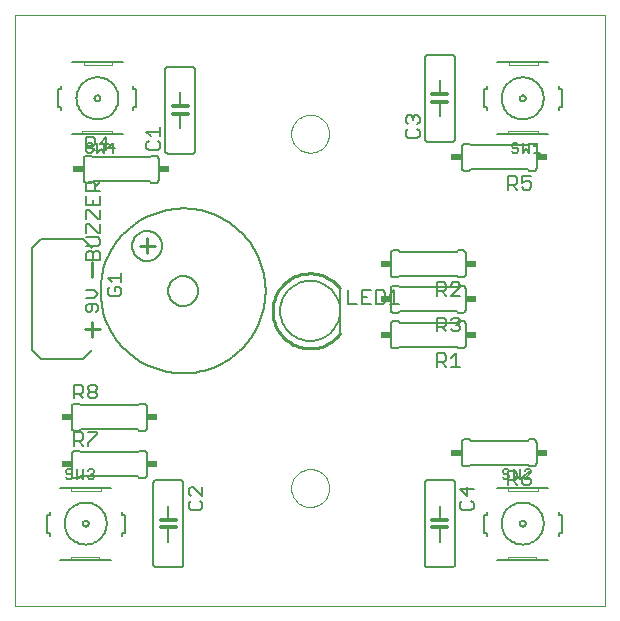
<source format=gto>
G75*
%MOIN*%
%OFA0B0*%
%FSLAX24Y24*%
%IPPOS*%
%LPD*%
%AMOC8*
5,1,8,0,0,1.08239X$1,22.5*
%
%ADD10C,0.0000*%
%ADD11C,0.0100*%
%ADD12C,0.0060*%
%ADD13C,0.0050*%
%ADD14C,0.0080*%
%ADD15R,0.0340X0.0240*%
%ADD16C,0.0020*%
%ADD17C,0.0070*%
%ADD18C,0.0120*%
D10*
X000475Y005795D02*
X000475Y025516D01*
X020160Y025516D01*
X020160Y005795D01*
X000475Y005795D01*
X009688Y009732D02*
X009690Y009782D01*
X009696Y009832D01*
X009706Y009881D01*
X009720Y009929D01*
X009737Y009976D01*
X009758Y010021D01*
X009783Y010065D01*
X009811Y010106D01*
X009843Y010145D01*
X009877Y010182D01*
X009914Y010216D01*
X009954Y010246D01*
X009996Y010273D01*
X010040Y010297D01*
X010086Y010318D01*
X010133Y010334D01*
X010181Y010347D01*
X010231Y010356D01*
X010280Y010361D01*
X010331Y010362D01*
X010381Y010359D01*
X010430Y010352D01*
X010479Y010341D01*
X010527Y010326D01*
X010573Y010308D01*
X010618Y010286D01*
X010661Y010260D01*
X010702Y010231D01*
X010741Y010199D01*
X010777Y010164D01*
X010809Y010126D01*
X010839Y010086D01*
X010866Y010043D01*
X010889Y009999D01*
X010908Y009953D01*
X010924Y009905D01*
X010936Y009856D01*
X010944Y009807D01*
X010948Y009757D01*
X010948Y009707D01*
X010944Y009657D01*
X010936Y009608D01*
X010924Y009559D01*
X010908Y009511D01*
X010889Y009465D01*
X010866Y009421D01*
X010839Y009378D01*
X010809Y009338D01*
X010777Y009300D01*
X010741Y009265D01*
X010702Y009233D01*
X010661Y009204D01*
X010618Y009178D01*
X010573Y009156D01*
X010527Y009138D01*
X010479Y009123D01*
X010430Y009112D01*
X010381Y009105D01*
X010331Y009102D01*
X010280Y009103D01*
X010231Y009108D01*
X010181Y009117D01*
X010133Y009130D01*
X010086Y009146D01*
X010040Y009167D01*
X009996Y009191D01*
X009954Y009218D01*
X009914Y009248D01*
X009877Y009282D01*
X009843Y009319D01*
X009811Y009358D01*
X009783Y009399D01*
X009758Y009443D01*
X009737Y009488D01*
X009720Y009535D01*
X009706Y009583D01*
X009696Y009632D01*
X009690Y009682D01*
X009688Y009732D01*
X009688Y021543D02*
X009690Y021593D01*
X009696Y021643D01*
X009706Y021692D01*
X009720Y021740D01*
X009737Y021787D01*
X009758Y021832D01*
X009783Y021876D01*
X009811Y021917D01*
X009843Y021956D01*
X009877Y021993D01*
X009914Y022027D01*
X009954Y022057D01*
X009996Y022084D01*
X010040Y022108D01*
X010086Y022129D01*
X010133Y022145D01*
X010181Y022158D01*
X010231Y022167D01*
X010280Y022172D01*
X010331Y022173D01*
X010381Y022170D01*
X010430Y022163D01*
X010479Y022152D01*
X010527Y022137D01*
X010573Y022119D01*
X010618Y022097D01*
X010661Y022071D01*
X010702Y022042D01*
X010741Y022010D01*
X010777Y021975D01*
X010809Y021937D01*
X010839Y021897D01*
X010866Y021854D01*
X010889Y021810D01*
X010908Y021764D01*
X010924Y021716D01*
X010936Y021667D01*
X010944Y021618D01*
X010948Y021568D01*
X010948Y021518D01*
X010944Y021468D01*
X010936Y021419D01*
X010924Y021370D01*
X010908Y021322D01*
X010889Y021276D01*
X010866Y021232D01*
X010839Y021189D01*
X010809Y021149D01*
X010777Y021111D01*
X010741Y021076D01*
X010702Y021044D01*
X010661Y021015D01*
X010618Y020989D01*
X010573Y020967D01*
X010527Y020949D01*
X010479Y020934D01*
X010430Y020923D01*
X010381Y020916D01*
X010331Y020913D01*
X010280Y020914D01*
X010231Y020919D01*
X010181Y020928D01*
X010133Y020941D01*
X010086Y020957D01*
X010040Y020978D01*
X009996Y021002D01*
X009954Y021029D01*
X009914Y021059D01*
X009877Y021093D01*
X009843Y021130D01*
X009811Y021169D01*
X009783Y021210D01*
X009758Y021254D01*
X009737Y021299D01*
X009720Y021346D01*
X009706Y021394D01*
X009696Y021443D01*
X009690Y021493D01*
X009688Y021543D01*
D11*
X005135Y017803D02*
X004635Y017803D01*
X004885Y017553D02*
X004885Y018053D01*
X003050Y017281D02*
X003050Y016781D01*
X003050Y015281D02*
X003050Y014781D01*
X002800Y015031D02*
X003300Y015031D01*
X011318Y014888D02*
X011275Y014834D01*
X011229Y014782D01*
X011180Y014733D01*
X011128Y014686D01*
X011074Y014643D01*
X011018Y014602D01*
X010959Y014565D01*
X010899Y014531D01*
X010836Y014501D01*
X010773Y014474D01*
X010707Y014450D01*
X010641Y014430D01*
X010573Y014414D01*
X010505Y014402D01*
X010436Y014394D01*
X010367Y014389D01*
X010297Y014388D01*
X010228Y014391D01*
X010159Y014398D01*
X010091Y014409D01*
X010023Y014423D01*
X009956Y014442D01*
X009890Y014464D01*
X009825Y014489D01*
X009762Y014518D01*
X009701Y014551D01*
X009642Y014587D01*
X009585Y014626D01*
X009529Y014668D01*
X009477Y014713D01*
X009427Y014761D01*
X009380Y014812D01*
X009335Y014866D01*
X009294Y014921D01*
X009256Y014979D01*
X009221Y015039D01*
X009189Y015101D01*
X009161Y015164D01*
X009137Y015229D01*
X009116Y015295D01*
X009099Y015363D01*
X009085Y015431D01*
X009076Y015500D01*
X009070Y015569D01*
X009068Y015638D01*
X009070Y015707D01*
X009076Y015776D01*
X009085Y015845D01*
X009099Y015913D01*
X009116Y015981D01*
X009137Y016047D01*
X009161Y016112D01*
X009189Y016175D01*
X009221Y016237D01*
X009256Y016297D01*
X009294Y016355D01*
X009335Y016410D01*
X009380Y016464D01*
X009427Y016515D01*
X009477Y016563D01*
X009529Y016608D01*
X009585Y016650D01*
X009642Y016689D01*
X009701Y016725D01*
X009762Y016758D01*
X009825Y016787D01*
X009890Y016812D01*
X009956Y016834D01*
X010023Y016853D01*
X010091Y016867D01*
X010159Y016878D01*
X010228Y016885D01*
X010297Y016888D01*
X010367Y016887D01*
X010436Y016882D01*
X010505Y016874D01*
X010573Y016862D01*
X010641Y016846D01*
X010707Y016826D01*
X010773Y016802D01*
X010836Y016775D01*
X010899Y016745D01*
X010959Y016711D01*
X011018Y016674D01*
X011074Y016633D01*
X011128Y016590D01*
X011180Y016543D01*
X011229Y016494D01*
X011275Y016442D01*
X011318Y016388D01*
D12*
X009318Y015638D02*
X009320Y015701D01*
X009326Y015763D01*
X009336Y015825D01*
X009349Y015887D01*
X009367Y015947D01*
X009388Y016006D01*
X009413Y016064D01*
X009442Y016120D01*
X009474Y016174D01*
X009509Y016226D01*
X009547Y016275D01*
X009589Y016323D01*
X009633Y016367D01*
X009681Y016409D01*
X009730Y016447D01*
X009782Y016482D01*
X009836Y016514D01*
X009892Y016543D01*
X009950Y016568D01*
X010009Y016589D01*
X010069Y016607D01*
X010131Y016620D01*
X010193Y016630D01*
X010255Y016636D01*
X010318Y016638D01*
X010381Y016636D01*
X010443Y016630D01*
X010505Y016620D01*
X010567Y016607D01*
X010627Y016589D01*
X010686Y016568D01*
X010744Y016543D01*
X010800Y016514D01*
X010854Y016482D01*
X010906Y016447D01*
X010955Y016409D01*
X011003Y016367D01*
X011047Y016323D01*
X011089Y016275D01*
X011127Y016226D01*
X011162Y016174D01*
X011194Y016120D01*
X011223Y016064D01*
X011248Y016006D01*
X011269Y015947D01*
X011287Y015887D01*
X011300Y015825D01*
X011310Y015763D01*
X011316Y015701D01*
X011318Y015638D01*
X011316Y015575D01*
X011310Y015513D01*
X011300Y015451D01*
X011287Y015389D01*
X011269Y015329D01*
X011248Y015270D01*
X011223Y015212D01*
X011194Y015156D01*
X011162Y015102D01*
X011127Y015050D01*
X011089Y015001D01*
X011047Y014953D01*
X011003Y014909D01*
X010955Y014867D01*
X010906Y014829D01*
X010854Y014794D01*
X010800Y014762D01*
X010744Y014733D01*
X010686Y014708D01*
X010627Y014687D01*
X010567Y014669D01*
X010505Y014656D01*
X010443Y014646D01*
X010381Y014640D01*
X010318Y014638D01*
X010255Y014640D01*
X010193Y014646D01*
X010131Y014656D01*
X010069Y014669D01*
X010009Y014687D01*
X009950Y014708D01*
X009892Y014733D01*
X009836Y014762D01*
X009782Y014794D01*
X009730Y014829D01*
X009681Y014867D01*
X009633Y014909D01*
X009589Y014953D01*
X009547Y015001D01*
X009509Y015050D01*
X009474Y015102D01*
X009442Y015156D01*
X009413Y015212D01*
X009388Y015270D01*
X009367Y015329D01*
X009349Y015389D01*
X009336Y015451D01*
X009326Y015513D01*
X009320Y015575D01*
X009318Y015638D01*
X005585Y016303D02*
X005587Y016347D01*
X005593Y016391D01*
X005603Y016434D01*
X005616Y016476D01*
X005633Y016517D01*
X005654Y016556D01*
X005678Y016593D01*
X005705Y016628D01*
X005735Y016660D01*
X005768Y016690D01*
X005804Y016716D01*
X005841Y016740D01*
X005881Y016759D01*
X005922Y016776D01*
X005965Y016788D01*
X006008Y016797D01*
X006052Y016802D01*
X006096Y016803D01*
X006140Y016800D01*
X006184Y016793D01*
X006227Y016782D01*
X006269Y016768D01*
X006309Y016750D01*
X006348Y016728D01*
X006384Y016704D01*
X006418Y016676D01*
X006450Y016645D01*
X006479Y016611D01*
X006505Y016575D01*
X006527Y016537D01*
X006546Y016497D01*
X006561Y016455D01*
X006573Y016413D01*
X006581Y016369D01*
X006585Y016325D01*
X006585Y016281D01*
X006581Y016237D01*
X006573Y016193D01*
X006561Y016151D01*
X006546Y016109D01*
X006527Y016069D01*
X006505Y016031D01*
X006479Y015995D01*
X006450Y015961D01*
X006418Y015930D01*
X006384Y015902D01*
X006348Y015878D01*
X006309Y015856D01*
X006269Y015838D01*
X006227Y015824D01*
X006184Y015813D01*
X006140Y015806D01*
X006096Y015803D01*
X006052Y015804D01*
X006008Y015809D01*
X005965Y015818D01*
X005922Y015830D01*
X005881Y015847D01*
X005841Y015866D01*
X005804Y015890D01*
X005768Y015916D01*
X005735Y015946D01*
X005705Y015978D01*
X005678Y016013D01*
X005654Y016050D01*
X005633Y016089D01*
X005616Y016130D01*
X005603Y016172D01*
X005593Y016215D01*
X005587Y016259D01*
X005585Y016303D01*
X003335Y016303D02*
X003337Y016408D01*
X003343Y016512D01*
X003353Y016616D01*
X003367Y016720D01*
X003385Y016823D01*
X003406Y016926D01*
X003432Y017027D01*
X003462Y017128D01*
X003495Y017227D01*
X003532Y017325D01*
X003573Y017422D01*
X003617Y017516D01*
X003665Y017609D01*
X003717Y017701D01*
X003772Y017790D01*
X003830Y017877D01*
X003891Y017961D01*
X003956Y018044D01*
X004024Y018124D01*
X004095Y018201D01*
X004168Y018275D01*
X004245Y018347D01*
X004324Y018415D01*
X004406Y018481D01*
X004490Y018543D01*
X004576Y018602D01*
X004665Y018658D01*
X004756Y018710D01*
X004848Y018759D01*
X004943Y018804D01*
X005039Y018846D01*
X005136Y018884D01*
X005235Y018918D01*
X005335Y018949D01*
X005437Y018975D01*
X005539Y018998D01*
X005642Y019017D01*
X005746Y019032D01*
X005850Y019043D01*
X005954Y019050D01*
X006059Y019053D01*
X006164Y019052D01*
X006268Y019047D01*
X006372Y019038D01*
X006476Y019025D01*
X006580Y019008D01*
X006682Y018987D01*
X006784Y018963D01*
X006885Y018934D01*
X006984Y018902D01*
X007083Y018866D01*
X007180Y018826D01*
X007275Y018782D01*
X007368Y018735D01*
X007460Y018685D01*
X007550Y018630D01*
X007637Y018573D01*
X007723Y018512D01*
X007805Y018448D01*
X007886Y018381D01*
X007964Y018311D01*
X008039Y018238D01*
X008111Y018162D01*
X008180Y018084D01*
X008247Y018003D01*
X008310Y017919D01*
X008370Y017834D01*
X008426Y017745D01*
X008480Y017655D01*
X008529Y017563D01*
X008575Y017469D01*
X008618Y017373D01*
X008657Y017276D01*
X008692Y017178D01*
X008724Y017078D01*
X008751Y016977D01*
X008775Y016875D01*
X008795Y016772D01*
X008811Y016668D01*
X008823Y016564D01*
X008831Y016460D01*
X008835Y016355D01*
X008835Y016251D01*
X008831Y016146D01*
X008823Y016042D01*
X008811Y015938D01*
X008795Y015834D01*
X008775Y015731D01*
X008751Y015629D01*
X008724Y015528D01*
X008692Y015428D01*
X008657Y015330D01*
X008618Y015233D01*
X008575Y015137D01*
X008529Y015043D01*
X008480Y014951D01*
X008426Y014861D01*
X008370Y014772D01*
X008310Y014687D01*
X008247Y014603D01*
X008180Y014522D01*
X008111Y014444D01*
X008039Y014368D01*
X007964Y014295D01*
X007886Y014225D01*
X007805Y014158D01*
X007723Y014094D01*
X007637Y014033D01*
X007550Y013976D01*
X007460Y013921D01*
X007368Y013871D01*
X007275Y013824D01*
X007180Y013780D01*
X007083Y013740D01*
X006984Y013704D01*
X006885Y013672D01*
X006784Y013643D01*
X006682Y013619D01*
X006580Y013598D01*
X006476Y013581D01*
X006372Y013568D01*
X006268Y013559D01*
X006164Y013554D01*
X006059Y013553D01*
X005954Y013556D01*
X005850Y013563D01*
X005746Y013574D01*
X005642Y013589D01*
X005539Y013608D01*
X005437Y013631D01*
X005335Y013657D01*
X005235Y013688D01*
X005136Y013722D01*
X005039Y013760D01*
X004943Y013802D01*
X004848Y013847D01*
X004756Y013896D01*
X004665Y013948D01*
X004576Y014004D01*
X004490Y014063D01*
X004406Y014125D01*
X004324Y014191D01*
X004245Y014259D01*
X004168Y014331D01*
X004095Y014405D01*
X004024Y014482D01*
X003956Y014562D01*
X003891Y014645D01*
X003830Y014729D01*
X003772Y014816D01*
X003717Y014905D01*
X003665Y014997D01*
X003617Y015090D01*
X003573Y015184D01*
X003532Y015281D01*
X003495Y015379D01*
X003462Y015478D01*
X003432Y015579D01*
X003406Y015680D01*
X003385Y015783D01*
X003367Y015886D01*
X003353Y015990D01*
X003343Y016094D01*
X003337Y016198D01*
X003335Y016303D01*
X003050Y017731D02*
X002750Y018031D01*
X001350Y018031D01*
X001050Y017731D01*
X001050Y014331D01*
X001350Y014031D01*
X002750Y014031D01*
X003050Y014331D01*
X002625Y012544D02*
X002675Y012494D01*
X004575Y012494D01*
X004625Y012544D01*
X004775Y012544D01*
X004792Y012542D01*
X004809Y012538D01*
X004825Y012531D01*
X004839Y012521D01*
X004852Y012508D01*
X004862Y012494D01*
X004869Y012478D01*
X004873Y012461D01*
X004875Y012444D01*
X004875Y011744D01*
X004873Y011727D01*
X004869Y011710D01*
X004862Y011694D01*
X004852Y011680D01*
X004839Y011667D01*
X004825Y011657D01*
X004809Y011650D01*
X004792Y011646D01*
X004775Y011644D01*
X004625Y011644D01*
X004575Y011694D01*
X002675Y011694D01*
X002625Y011644D01*
X002475Y011644D01*
X002458Y011646D01*
X002441Y011650D01*
X002425Y011657D01*
X002411Y011667D01*
X002398Y011680D01*
X002388Y011694D01*
X002381Y011710D01*
X002377Y011727D01*
X002375Y011744D01*
X002375Y012444D01*
X002377Y012461D01*
X002381Y012478D01*
X002388Y012494D01*
X002398Y012508D01*
X002411Y012521D01*
X002425Y012531D01*
X002441Y012538D01*
X002458Y012542D01*
X002475Y012544D01*
X002625Y012544D01*
X002625Y010970D02*
X002675Y010920D01*
X004575Y010920D01*
X004625Y010970D01*
X004775Y010970D01*
X004792Y010968D01*
X004809Y010964D01*
X004825Y010957D01*
X004839Y010947D01*
X004852Y010934D01*
X004862Y010920D01*
X004869Y010904D01*
X004873Y010887D01*
X004875Y010870D01*
X004875Y010170D01*
X004873Y010153D01*
X004869Y010136D01*
X004862Y010120D01*
X004852Y010106D01*
X004839Y010093D01*
X004825Y010083D01*
X004809Y010076D01*
X004792Y010072D01*
X004775Y010070D01*
X004625Y010070D01*
X004575Y010120D01*
X002675Y010120D01*
X002625Y010070D01*
X002475Y010070D01*
X002458Y010072D01*
X002441Y010076D01*
X002425Y010083D01*
X002411Y010093D01*
X002398Y010106D01*
X002388Y010120D01*
X002381Y010136D01*
X002377Y010153D01*
X002375Y010170D01*
X002375Y010870D01*
X002377Y010887D01*
X002381Y010904D01*
X002388Y010920D01*
X002398Y010934D01*
X002411Y010947D01*
X002425Y010957D01*
X002441Y010964D01*
X002458Y010968D01*
X002475Y010970D01*
X002625Y010970D01*
X002337Y009751D02*
X001987Y009751D01*
X002337Y009751D02*
X003337Y009751D01*
X003687Y009751D01*
X004037Y008951D02*
X004037Y008851D01*
X004137Y008851D01*
X004137Y008251D01*
X004037Y008251D01*
X004037Y008151D01*
X003687Y007351D02*
X003287Y007351D01*
X002337Y007351D01*
X001987Y007351D01*
X001637Y008151D02*
X001637Y008251D01*
X001537Y008251D01*
X001537Y008851D01*
X001637Y008851D01*
X001637Y008951D01*
X002737Y008551D02*
X002739Y008571D01*
X002745Y008589D01*
X002754Y008607D01*
X002766Y008622D01*
X002781Y008634D01*
X002799Y008643D01*
X002817Y008649D01*
X002837Y008651D01*
X002857Y008649D01*
X002875Y008643D01*
X002893Y008634D01*
X002908Y008622D01*
X002920Y008607D01*
X002929Y008589D01*
X002935Y008571D01*
X002937Y008551D01*
X002935Y008531D01*
X002929Y008513D01*
X002920Y008495D01*
X002908Y008480D01*
X002893Y008468D01*
X002875Y008459D01*
X002857Y008453D01*
X002837Y008451D01*
X002817Y008453D01*
X002799Y008459D01*
X002781Y008468D01*
X002766Y008480D01*
X002754Y008495D01*
X002745Y008513D01*
X002739Y008531D01*
X002737Y008551D01*
X002137Y008551D02*
X002139Y008603D01*
X002145Y008655D01*
X002155Y008707D01*
X002168Y008757D01*
X002185Y008807D01*
X002206Y008855D01*
X002231Y008901D01*
X002259Y008945D01*
X002290Y008987D01*
X002324Y009027D01*
X002361Y009064D01*
X002401Y009098D01*
X002443Y009129D01*
X002487Y009157D01*
X002533Y009182D01*
X002581Y009203D01*
X002631Y009220D01*
X002681Y009233D01*
X002733Y009243D01*
X002785Y009249D01*
X002837Y009251D01*
X002889Y009249D01*
X002941Y009243D01*
X002993Y009233D01*
X003043Y009220D01*
X003093Y009203D01*
X003141Y009182D01*
X003187Y009157D01*
X003231Y009129D01*
X003273Y009098D01*
X003313Y009064D01*
X003350Y009027D01*
X003384Y008987D01*
X003415Y008945D01*
X003443Y008901D01*
X003468Y008855D01*
X003489Y008807D01*
X003506Y008757D01*
X003519Y008707D01*
X003529Y008655D01*
X003535Y008603D01*
X003537Y008551D01*
X003535Y008499D01*
X003529Y008447D01*
X003519Y008395D01*
X003506Y008345D01*
X003489Y008295D01*
X003468Y008247D01*
X003443Y008201D01*
X003415Y008157D01*
X003384Y008115D01*
X003350Y008075D01*
X003313Y008038D01*
X003273Y008004D01*
X003231Y007973D01*
X003187Y007945D01*
X003141Y007920D01*
X003093Y007899D01*
X003043Y007882D01*
X002993Y007869D01*
X002941Y007859D01*
X002889Y007853D01*
X002837Y007851D01*
X002785Y007853D01*
X002733Y007859D01*
X002681Y007869D01*
X002631Y007882D01*
X002581Y007899D01*
X002533Y007920D01*
X002487Y007945D01*
X002443Y007973D01*
X002401Y008004D01*
X002361Y008038D01*
X002324Y008075D01*
X002290Y008115D01*
X002259Y008157D01*
X002231Y008201D01*
X002206Y008247D01*
X002185Y008295D01*
X002168Y008345D01*
X002155Y008395D01*
X002145Y008447D01*
X002139Y008499D01*
X002137Y008551D01*
X005093Y009901D02*
X005093Y007201D01*
X005095Y007184D01*
X005099Y007167D01*
X005106Y007151D01*
X005116Y007137D01*
X005129Y007124D01*
X005143Y007114D01*
X005159Y007107D01*
X005176Y007103D01*
X005193Y007101D01*
X005993Y007101D01*
X006010Y007103D01*
X006027Y007107D01*
X006043Y007114D01*
X006057Y007124D01*
X006070Y007137D01*
X006080Y007151D01*
X006087Y007167D01*
X006091Y007184D01*
X006093Y007201D01*
X006093Y009901D01*
X006091Y009918D01*
X006087Y009935D01*
X006080Y009951D01*
X006070Y009965D01*
X006057Y009978D01*
X006043Y009988D01*
X006027Y009995D01*
X006010Y009999D01*
X005993Y010001D01*
X005193Y010001D01*
X005176Y009999D01*
X005159Y009995D01*
X005143Y009988D01*
X005129Y009978D01*
X005116Y009965D01*
X005106Y009951D01*
X005099Y009935D01*
X005095Y009918D01*
X005093Y009901D01*
X005593Y009151D02*
X005593Y008671D01*
X005593Y008421D02*
X005593Y007951D01*
X013005Y014500D02*
X013005Y015200D01*
X013007Y015217D01*
X013011Y015234D01*
X013018Y015250D01*
X013028Y015264D01*
X013041Y015277D01*
X013055Y015287D01*
X013071Y015294D01*
X013088Y015298D01*
X013105Y015300D01*
X013255Y015300D01*
X013305Y015250D01*
X015205Y015250D01*
X015255Y015300D01*
X015405Y015300D01*
X015422Y015298D01*
X015439Y015294D01*
X015455Y015287D01*
X015469Y015277D01*
X015482Y015264D01*
X015492Y015250D01*
X015499Y015234D01*
X015503Y015217D01*
X015505Y015200D01*
X015505Y014500D01*
X015503Y014483D01*
X015499Y014466D01*
X015492Y014450D01*
X015482Y014436D01*
X015469Y014423D01*
X015455Y014413D01*
X015439Y014406D01*
X015422Y014402D01*
X015405Y014400D01*
X015255Y014400D01*
X015205Y014450D01*
X013305Y014450D01*
X013255Y014400D01*
X013105Y014400D01*
X013088Y014402D01*
X013071Y014406D01*
X013055Y014413D01*
X013041Y014423D01*
X013028Y014436D01*
X013018Y014450D01*
X013011Y014466D01*
X013007Y014483D01*
X013005Y014500D01*
X013105Y015581D02*
X013255Y015581D01*
X013305Y015631D01*
X015205Y015631D01*
X015255Y015581D01*
X015405Y015581D01*
X015422Y015583D01*
X015439Y015587D01*
X015455Y015594D01*
X015469Y015604D01*
X015482Y015617D01*
X015492Y015631D01*
X015499Y015647D01*
X015503Y015664D01*
X015505Y015681D01*
X015505Y016381D01*
X015503Y016398D01*
X015499Y016415D01*
X015492Y016431D01*
X015482Y016445D01*
X015469Y016458D01*
X015455Y016468D01*
X015439Y016475D01*
X015422Y016479D01*
X015405Y016481D01*
X015255Y016481D01*
X015205Y016431D01*
X013305Y016431D01*
X013255Y016481D01*
X013105Y016481D01*
X013088Y016479D01*
X013071Y016475D01*
X013055Y016468D01*
X013041Y016458D01*
X013028Y016445D01*
X013018Y016431D01*
X013011Y016415D01*
X013007Y016398D01*
X013005Y016381D01*
X013005Y015681D01*
X013007Y015664D01*
X013011Y015647D01*
X013018Y015631D01*
X013028Y015617D01*
X013041Y015604D01*
X013055Y015594D01*
X013071Y015587D01*
X013088Y015583D01*
X013105Y015581D01*
X013105Y016763D02*
X013255Y016763D01*
X013305Y016813D01*
X015205Y016813D01*
X015255Y016763D01*
X015405Y016763D01*
X015422Y016765D01*
X015439Y016769D01*
X015455Y016776D01*
X015469Y016786D01*
X015482Y016799D01*
X015492Y016813D01*
X015499Y016829D01*
X015503Y016846D01*
X015505Y016863D01*
X015505Y017563D01*
X015503Y017580D01*
X015499Y017597D01*
X015492Y017613D01*
X015482Y017627D01*
X015469Y017640D01*
X015455Y017650D01*
X015439Y017657D01*
X015422Y017661D01*
X015405Y017663D01*
X015255Y017663D01*
X015205Y017613D01*
X013305Y017613D01*
X013255Y017663D01*
X013105Y017663D01*
X013088Y017661D01*
X013071Y017657D01*
X013055Y017650D01*
X013041Y017640D01*
X013028Y017627D01*
X013018Y017613D01*
X013011Y017597D01*
X013007Y017580D01*
X013005Y017563D01*
X013005Y016863D01*
X013007Y016846D01*
X013011Y016829D01*
X013018Y016813D01*
X013028Y016799D01*
X013041Y016786D01*
X013055Y016776D01*
X013071Y016769D01*
X013088Y016765D01*
X013105Y016763D01*
X015467Y020306D02*
X015617Y020306D01*
X015667Y020356D01*
X017567Y020356D01*
X017617Y020306D01*
X017767Y020306D01*
X017784Y020308D01*
X017801Y020312D01*
X017817Y020319D01*
X017831Y020329D01*
X017844Y020342D01*
X017854Y020356D01*
X017861Y020372D01*
X017865Y020389D01*
X017867Y020406D01*
X017867Y021106D01*
X017865Y021123D01*
X017861Y021140D01*
X017854Y021156D01*
X017844Y021170D01*
X017831Y021183D01*
X017817Y021193D01*
X017801Y021200D01*
X017784Y021204D01*
X017767Y021206D01*
X017617Y021206D01*
X017567Y021156D01*
X015667Y021156D01*
X015617Y021206D01*
X015467Y021206D01*
X015450Y021204D01*
X015433Y021200D01*
X015417Y021193D01*
X015403Y021183D01*
X015390Y021170D01*
X015380Y021156D01*
X015373Y021140D01*
X015369Y021123D01*
X015367Y021106D01*
X015367Y020406D01*
X015369Y020389D01*
X015373Y020372D01*
X015380Y020356D01*
X015390Y020342D01*
X015403Y020329D01*
X015417Y020319D01*
X015433Y020312D01*
X015450Y020308D01*
X015467Y020306D01*
X015048Y021274D02*
X014248Y021274D01*
X014231Y021276D01*
X014214Y021280D01*
X014198Y021287D01*
X014184Y021297D01*
X014171Y021310D01*
X014161Y021324D01*
X014154Y021340D01*
X014150Y021357D01*
X014148Y021374D01*
X014148Y024074D01*
X014150Y024091D01*
X014154Y024108D01*
X014161Y024124D01*
X014171Y024138D01*
X014184Y024151D01*
X014198Y024161D01*
X014214Y024168D01*
X014231Y024172D01*
X014248Y024174D01*
X015048Y024174D01*
X015065Y024172D01*
X015082Y024168D01*
X015098Y024161D01*
X015112Y024151D01*
X015125Y024138D01*
X015135Y024124D01*
X015142Y024108D01*
X015146Y024091D01*
X015148Y024074D01*
X015148Y021374D01*
X015146Y021357D01*
X015142Y021340D01*
X015135Y021324D01*
X015125Y021310D01*
X015112Y021297D01*
X015098Y021287D01*
X015082Y021280D01*
X015065Y021276D01*
X015048Y021274D01*
X014648Y022124D02*
X014648Y022604D01*
X014648Y022854D02*
X014648Y023324D01*
X016104Y023024D02*
X016104Y022424D01*
X016204Y022424D01*
X016204Y022324D01*
X016204Y023024D02*
X016204Y023124D01*
X016204Y023024D02*
X016104Y023024D01*
X016554Y023924D02*
X016954Y023924D01*
X017904Y023924D01*
X018254Y023924D01*
X018604Y023124D02*
X018604Y023024D01*
X018704Y023024D01*
X018704Y022424D01*
X018604Y022424D01*
X018604Y022324D01*
X018254Y021524D02*
X017904Y021524D01*
X016904Y021524D01*
X016554Y021524D01*
X017304Y022724D02*
X017306Y022744D01*
X017312Y022762D01*
X017321Y022780D01*
X017333Y022795D01*
X017348Y022807D01*
X017366Y022816D01*
X017384Y022822D01*
X017404Y022824D01*
X017424Y022822D01*
X017442Y022816D01*
X017460Y022807D01*
X017475Y022795D01*
X017487Y022780D01*
X017496Y022762D01*
X017502Y022744D01*
X017504Y022724D01*
X017502Y022704D01*
X017496Y022686D01*
X017487Y022668D01*
X017475Y022653D01*
X017460Y022641D01*
X017442Y022632D01*
X017424Y022626D01*
X017404Y022624D01*
X017384Y022626D01*
X017366Y022632D01*
X017348Y022641D01*
X017333Y022653D01*
X017321Y022668D01*
X017312Y022686D01*
X017306Y022704D01*
X017304Y022724D01*
X016704Y022724D02*
X016706Y022776D01*
X016712Y022828D01*
X016722Y022880D01*
X016735Y022930D01*
X016752Y022980D01*
X016773Y023028D01*
X016798Y023074D01*
X016826Y023118D01*
X016857Y023160D01*
X016891Y023200D01*
X016928Y023237D01*
X016968Y023271D01*
X017010Y023302D01*
X017054Y023330D01*
X017100Y023355D01*
X017148Y023376D01*
X017198Y023393D01*
X017248Y023406D01*
X017300Y023416D01*
X017352Y023422D01*
X017404Y023424D01*
X017456Y023422D01*
X017508Y023416D01*
X017560Y023406D01*
X017610Y023393D01*
X017660Y023376D01*
X017708Y023355D01*
X017754Y023330D01*
X017798Y023302D01*
X017840Y023271D01*
X017880Y023237D01*
X017917Y023200D01*
X017951Y023160D01*
X017982Y023118D01*
X018010Y023074D01*
X018035Y023028D01*
X018056Y022980D01*
X018073Y022930D01*
X018086Y022880D01*
X018096Y022828D01*
X018102Y022776D01*
X018104Y022724D01*
X018102Y022672D01*
X018096Y022620D01*
X018086Y022568D01*
X018073Y022518D01*
X018056Y022468D01*
X018035Y022420D01*
X018010Y022374D01*
X017982Y022330D01*
X017951Y022288D01*
X017917Y022248D01*
X017880Y022211D01*
X017840Y022177D01*
X017798Y022146D01*
X017754Y022118D01*
X017708Y022093D01*
X017660Y022072D01*
X017610Y022055D01*
X017560Y022042D01*
X017508Y022032D01*
X017456Y022026D01*
X017404Y022024D01*
X017352Y022026D01*
X017300Y022032D01*
X017248Y022042D01*
X017198Y022055D01*
X017148Y022072D01*
X017100Y022093D01*
X017054Y022118D01*
X017010Y022146D01*
X016968Y022177D01*
X016928Y022211D01*
X016891Y022248D01*
X016857Y022288D01*
X016826Y022330D01*
X016798Y022374D01*
X016773Y022420D01*
X016752Y022468D01*
X016735Y022518D01*
X016722Y022568D01*
X016712Y022620D01*
X016706Y022672D01*
X016704Y022724D01*
X017617Y011363D02*
X017567Y011313D01*
X015667Y011313D01*
X015617Y011363D01*
X015467Y011363D01*
X015450Y011361D01*
X015433Y011357D01*
X015417Y011350D01*
X015403Y011340D01*
X015390Y011327D01*
X015380Y011313D01*
X015373Y011297D01*
X015369Y011280D01*
X015367Y011263D01*
X015367Y010563D01*
X015369Y010546D01*
X015373Y010529D01*
X015380Y010513D01*
X015390Y010499D01*
X015403Y010486D01*
X015417Y010476D01*
X015433Y010469D01*
X015450Y010465D01*
X015467Y010463D01*
X015617Y010463D01*
X015667Y010513D01*
X017567Y010513D01*
X017617Y010463D01*
X017767Y010463D01*
X017784Y010465D01*
X017801Y010469D01*
X017817Y010476D01*
X017831Y010486D01*
X017844Y010499D01*
X017854Y010513D01*
X017861Y010529D01*
X017865Y010546D01*
X017867Y010563D01*
X017867Y011263D01*
X017865Y011280D01*
X017861Y011297D01*
X017854Y011313D01*
X017844Y011327D01*
X017831Y011340D01*
X017817Y011350D01*
X017801Y011357D01*
X017784Y011361D01*
X017767Y011363D01*
X017617Y011363D01*
X017904Y009751D02*
X016904Y009751D01*
X016554Y009751D01*
X016204Y008951D02*
X016204Y008851D01*
X016104Y008851D01*
X016104Y008251D01*
X016204Y008251D01*
X016204Y008151D01*
X016554Y007351D02*
X016904Y007351D01*
X017854Y007351D01*
X018254Y007351D01*
X018604Y008151D02*
X018604Y008251D01*
X018704Y008251D01*
X018704Y008851D01*
X018604Y008851D01*
X018604Y008951D01*
X018254Y009751D02*
X017904Y009751D01*
X017304Y008551D02*
X017306Y008571D01*
X017312Y008589D01*
X017321Y008607D01*
X017333Y008622D01*
X017348Y008634D01*
X017366Y008643D01*
X017384Y008649D01*
X017404Y008651D01*
X017424Y008649D01*
X017442Y008643D01*
X017460Y008634D01*
X017475Y008622D01*
X017487Y008607D01*
X017496Y008589D01*
X017502Y008571D01*
X017504Y008551D01*
X017502Y008531D01*
X017496Y008513D01*
X017487Y008495D01*
X017475Y008480D01*
X017460Y008468D01*
X017442Y008459D01*
X017424Y008453D01*
X017404Y008451D01*
X017384Y008453D01*
X017366Y008459D01*
X017348Y008468D01*
X017333Y008480D01*
X017321Y008495D01*
X017312Y008513D01*
X017306Y008531D01*
X017304Y008551D01*
X016704Y008551D02*
X016706Y008603D01*
X016712Y008655D01*
X016722Y008707D01*
X016735Y008757D01*
X016752Y008807D01*
X016773Y008855D01*
X016798Y008901D01*
X016826Y008945D01*
X016857Y008987D01*
X016891Y009027D01*
X016928Y009064D01*
X016968Y009098D01*
X017010Y009129D01*
X017054Y009157D01*
X017100Y009182D01*
X017148Y009203D01*
X017198Y009220D01*
X017248Y009233D01*
X017300Y009243D01*
X017352Y009249D01*
X017404Y009251D01*
X017456Y009249D01*
X017508Y009243D01*
X017560Y009233D01*
X017610Y009220D01*
X017660Y009203D01*
X017708Y009182D01*
X017754Y009157D01*
X017798Y009129D01*
X017840Y009098D01*
X017880Y009064D01*
X017917Y009027D01*
X017951Y008987D01*
X017982Y008945D01*
X018010Y008901D01*
X018035Y008855D01*
X018056Y008807D01*
X018073Y008757D01*
X018086Y008707D01*
X018096Y008655D01*
X018102Y008603D01*
X018104Y008551D01*
X018102Y008499D01*
X018096Y008447D01*
X018086Y008395D01*
X018073Y008345D01*
X018056Y008295D01*
X018035Y008247D01*
X018010Y008201D01*
X017982Y008157D01*
X017951Y008115D01*
X017917Y008075D01*
X017880Y008038D01*
X017840Y008004D01*
X017798Y007973D01*
X017754Y007945D01*
X017708Y007920D01*
X017660Y007899D01*
X017610Y007882D01*
X017560Y007869D01*
X017508Y007859D01*
X017456Y007853D01*
X017404Y007851D01*
X017352Y007853D01*
X017300Y007859D01*
X017248Y007869D01*
X017198Y007882D01*
X017148Y007899D01*
X017100Y007920D01*
X017054Y007945D01*
X017010Y007973D01*
X016968Y008004D01*
X016928Y008038D01*
X016891Y008075D01*
X016857Y008115D01*
X016826Y008157D01*
X016798Y008201D01*
X016773Y008247D01*
X016752Y008295D01*
X016735Y008345D01*
X016722Y008395D01*
X016712Y008447D01*
X016706Y008499D01*
X016704Y008551D01*
X015148Y007201D02*
X015148Y009901D01*
X015146Y009918D01*
X015142Y009935D01*
X015135Y009951D01*
X015125Y009965D01*
X015112Y009978D01*
X015098Y009988D01*
X015082Y009995D01*
X015065Y009999D01*
X015048Y010001D01*
X014248Y010001D01*
X014231Y009999D01*
X014214Y009995D01*
X014198Y009988D01*
X014184Y009978D01*
X014171Y009965D01*
X014161Y009951D01*
X014154Y009935D01*
X014150Y009918D01*
X014148Y009901D01*
X014148Y007201D01*
X014150Y007184D01*
X014154Y007167D01*
X014161Y007151D01*
X014171Y007137D01*
X014184Y007124D01*
X014198Y007114D01*
X014214Y007107D01*
X014231Y007103D01*
X014248Y007101D01*
X015048Y007101D01*
X015065Y007103D01*
X015082Y007107D01*
X015098Y007114D01*
X015112Y007124D01*
X015125Y007137D01*
X015135Y007151D01*
X015142Y007167D01*
X015146Y007184D01*
X015148Y007201D01*
X014648Y007951D02*
X014648Y008421D01*
X014648Y008671D02*
X014648Y009151D01*
X005169Y019912D02*
X005019Y019912D01*
X004969Y019962D01*
X003069Y019962D01*
X003019Y019912D01*
X002869Y019912D01*
X002852Y019914D01*
X002835Y019918D01*
X002819Y019925D01*
X002805Y019935D01*
X002792Y019948D01*
X002782Y019962D01*
X002775Y019978D01*
X002771Y019995D01*
X002769Y020012D01*
X002769Y020712D01*
X002771Y020729D01*
X002775Y020746D01*
X002782Y020762D01*
X002792Y020776D01*
X002805Y020789D01*
X002819Y020799D01*
X002835Y020806D01*
X002852Y020810D01*
X002869Y020812D01*
X003019Y020812D01*
X003069Y020762D01*
X004969Y020762D01*
X005019Y020812D01*
X005169Y020812D01*
X005186Y020810D01*
X005203Y020806D01*
X005219Y020799D01*
X005233Y020789D01*
X005246Y020776D01*
X005256Y020762D01*
X005263Y020746D01*
X005267Y020729D01*
X005269Y020712D01*
X005269Y020012D01*
X005267Y019995D01*
X005263Y019978D01*
X005256Y019962D01*
X005246Y019948D01*
X005233Y019935D01*
X005219Y019925D01*
X005203Y019918D01*
X005186Y019914D01*
X005169Y019912D01*
X005587Y020881D02*
X006387Y020881D01*
X006404Y020883D01*
X006421Y020887D01*
X006437Y020894D01*
X006451Y020904D01*
X006464Y020917D01*
X006474Y020931D01*
X006481Y020947D01*
X006485Y020964D01*
X006487Y020981D01*
X006487Y023681D01*
X006485Y023698D01*
X006481Y023715D01*
X006474Y023731D01*
X006464Y023745D01*
X006451Y023758D01*
X006437Y023768D01*
X006421Y023775D01*
X006404Y023779D01*
X006387Y023781D01*
X005587Y023781D01*
X005570Y023779D01*
X005553Y023775D01*
X005537Y023768D01*
X005523Y023758D01*
X005510Y023745D01*
X005500Y023731D01*
X005493Y023715D01*
X005489Y023698D01*
X005487Y023681D01*
X005487Y020981D01*
X005489Y020964D01*
X005493Y020947D01*
X005500Y020931D01*
X005510Y020917D01*
X005523Y020904D01*
X005537Y020894D01*
X005553Y020887D01*
X005570Y020883D01*
X005587Y020881D01*
X005987Y021731D02*
X005987Y022211D01*
X005987Y022461D02*
X005987Y022931D01*
X004531Y023024D02*
X004531Y022424D01*
X004431Y022424D01*
X004431Y022324D01*
X004431Y023024D02*
X004431Y023124D01*
X004431Y023024D02*
X004531Y023024D01*
X004081Y023924D02*
X003731Y023924D01*
X002781Y023924D01*
X002381Y023924D01*
X002031Y023124D02*
X002031Y023024D01*
X001931Y023024D01*
X001931Y022424D01*
X002031Y022424D01*
X002031Y022324D01*
X002381Y021524D02*
X002731Y021524D01*
X003731Y021524D01*
X004081Y021524D01*
X003131Y022724D02*
X003133Y022744D01*
X003139Y022762D01*
X003148Y022780D01*
X003160Y022795D01*
X003175Y022807D01*
X003193Y022816D01*
X003211Y022822D01*
X003231Y022824D01*
X003251Y022822D01*
X003269Y022816D01*
X003287Y022807D01*
X003302Y022795D01*
X003314Y022780D01*
X003323Y022762D01*
X003329Y022744D01*
X003331Y022724D01*
X003329Y022704D01*
X003323Y022686D01*
X003314Y022668D01*
X003302Y022653D01*
X003287Y022641D01*
X003269Y022632D01*
X003251Y022626D01*
X003231Y022624D01*
X003211Y022626D01*
X003193Y022632D01*
X003175Y022641D01*
X003160Y022653D01*
X003148Y022668D01*
X003139Y022686D01*
X003133Y022704D01*
X003131Y022724D01*
X002531Y022724D02*
X002533Y022776D01*
X002539Y022828D01*
X002549Y022880D01*
X002562Y022930D01*
X002579Y022980D01*
X002600Y023028D01*
X002625Y023074D01*
X002653Y023118D01*
X002684Y023160D01*
X002718Y023200D01*
X002755Y023237D01*
X002795Y023271D01*
X002837Y023302D01*
X002881Y023330D01*
X002927Y023355D01*
X002975Y023376D01*
X003025Y023393D01*
X003075Y023406D01*
X003127Y023416D01*
X003179Y023422D01*
X003231Y023424D01*
X003283Y023422D01*
X003335Y023416D01*
X003387Y023406D01*
X003437Y023393D01*
X003487Y023376D01*
X003535Y023355D01*
X003581Y023330D01*
X003625Y023302D01*
X003667Y023271D01*
X003707Y023237D01*
X003744Y023200D01*
X003778Y023160D01*
X003809Y023118D01*
X003837Y023074D01*
X003862Y023028D01*
X003883Y022980D01*
X003900Y022930D01*
X003913Y022880D01*
X003923Y022828D01*
X003929Y022776D01*
X003931Y022724D01*
X003929Y022672D01*
X003923Y022620D01*
X003913Y022568D01*
X003900Y022518D01*
X003883Y022468D01*
X003862Y022420D01*
X003837Y022374D01*
X003809Y022330D01*
X003778Y022288D01*
X003744Y022248D01*
X003707Y022211D01*
X003667Y022177D01*
X003625Y022146D01*
X003581Y022118D01*
X003535Y022093D01*
X003487Y022072D01*
X003437Y022055D01*
X003387Y022042D01*
X003335Y022032D01*
X003283Y022026D01*
X003231Y022024D01*
X003179Y022026D01*
X003127Y022032D01*
X003075Y022042D01*
X003025Y022055D01*
X002975Y022072D01*
X002927Y022093D01*
X002881Y022118D01*
X002837Y022146D01*
X002795Y022177D01*
X002755Y022211D01*
X002718Y022248D01*
X002684Y022288D01*
X002653Y022330D01*
X002625Y022374D01*
X002600Y022420D01*
X002579Y022468D01*
X002562Y022518D01*
X002549Y022568D01*
X002539Y022620D01*
X002533Y022672D01*
X002531Y022724D01*
X004385Y017803D02*
X004387Y017847D01*
X004393Y017891D01*
X004403Y017934D01*
X004416Y017976D01*
X004433Y018017D01*
X004454Y018056D01*
X004478Y018093D01*
X004505Y018128D01*
X004535Y018160D01*
X004568Y018190D01*
X004604Y018216D01*
X004641Y018240D01*
X004681Y018259D01*
X004722Y018276D01*
X004765Y018288D01*
X004808Y018297D01*
X004852Y018302D01*
X004896Y018303D01*
X004940Y018300D01*
X004984Y018293D01*
X005027Y018282D01*
X005069Y018268D01*
X005109Y018250D01*
X005148Y018228D01*
X005184Y018204D01*
X005218Y018176D01*
X005250Y018145D01*
X005279Y018111D01*
X005305Y018075D01*
X005327Y018037D01*
X005346Y017997D01*
X005361Y017955D01*
X005373Y017913D01*
X005381Y017869D01*
X005385Y017825D01*
X005385Y017781D01*
X005381Y017737D01*
X005373Y017693D01*
X005361Y017651D01*
X005346Y017609D01*
X005327Y017569D01*
X005305Y017531D01*
X005279Y017495D01*
X005250Y017461D01*
X005218Y017430D01*
X005184Y017402D01*
X005148Y017378D01*
X005109Y017356D01*
X005069Y017338D01*
X005027Y017324D01*
X004984Y017313D01*
X004940Y017306D01*
X004896Y017303D01*
X004852Y017304D01*
X004808Y017309D01*
X004765Y017318D01*
X004722Y017330D01*
X004681Y017347D01*
X004641Y017366D01*
X004604Y017390D01*
X004568Y017416D01*
X004535Y017446D01*
X004505Y017478D01*
X004478Y017513D01*
X004454Y017550D01*
X004433Y017589D01*
X004416Y017630D01*
X004403Y017672D01*
X004393Y017715D01*
X004387Y017759D01*
X004385Y017803D01*
D13*
X004025Y016896D02*
X004025Y016596D01*
X004025Y016746D02*
X003575Y016746D01*
X003725Y016596D01*
X003800Y016436D02*
X003800Y016286D01*
X003800Y016436D02*
X003950Y016436D01*
X004025Y016361D01*
X004025Y016211D01*
X003950Y016136D01*
X003650Y016136D01*
X003575Y016211D01*
X003575Y016361D01*
X003650Y016436D01*
X003310Y017328D02*
X003310Y017553D01*
X003235Y017628D01*
X003160Y017628D01*
X003085Y017553D01*
X003085Y017328D01*
X002860Y017328D02*
X002860Y017553D01*
X002935Y017628D01*
X003010Y017628D01*
X003085Y017553D01*
X003235Y017789D02*
X002860Y017789D01*
X002860Y018089D02*
X003235Y018089D01*
X003310Y018014D01*
X003310Y017864D01*
X003235Y017789D01*
X003235Y018249D02*
X003310Y018249D01*
X003310Y018549D01*
X003310Y018709D02*
X003310Y019010D01*
X003310Y019170D02*
X003310Y019470D01*
X003310Y019630D02*
X002860Y019630D01*
X002860Y019855D01*
X002935Y019930D01*
X003085Y019930D01*
X003160Y019855D01*
X003160Y019630D01*
X003160Y019780D02*
X003310Y019930D01*
X003085Y019320D02*
X003085Y019170D01*
X002935Y019010D02*
X003235Y018709D01*
X003310Y018709D01*
X002935Y018549D02*
X003235Y018249D01*
X002935Y018549D02*
X002860Y018549D01*
X002860Y018249D01*
X002860Y018709D02*
X002860Y019010D01*
X002935Y019010D01*
X002860Y019170D02*
X002860Y019470D01*
X002860Y019170D02*
X003310Y019170D01*
X003144Y020987D02*
X002994Y021137D01*
X003069Y021137D02*
X002844Y021137D01*
X002844Y020987D02*
X002844Y021438D01*
X003069Y021438D01*
X003144Y021363D01*
X003144Y021212D01*
X003069Y021137D01*
X003304Y021212D02*
X003604Y021212D01*
X003529Y020987D02*
X003529Y021438D01*
X003304Y021212D01*
X004862Y021231D02*
X004862Y021081D01*
X004937Y021006D01*
X005237Y021006D01*
X005312Y021081D01*
X005312Y021231D01*
X005237Y021306D01*
X005312Y021466D02*
X005312Y021766D01*
X005312Y021616D02*
X004862Y021616D01*
X005012Y021466D01*
X004937Y021306D02*
X004862Y021231D01*
X003310Y017328D02*
X002860Y017328D01*
X002985Y013170D02*
X003135Y013170D01*
X003210Y013095D01*
X003210Y013020D01*
X003135Y012945D01*
X002985Y012945D01*
X002910Y013020D01*
X002910Y013095D01*
X002985Y013170D01*
X002985Y012945D02*
X002910Y012870D01*
X002910Y012795D01*
X002985Y012719D01*
X003135Y012719D01*
X003210Y012795D01*
X003210Y012870D01*
X003135Y012945D01*
X002750Y012945D02*
X002675Y012870D01*
X002450Y012870D01*
X002600Y012870D02*
X002750Y012719D01*
X002750Y012945D02*
X002750Y013095D01*
X002675Y013170D01*
X002450Y013170D01*
X002450Y012719D01*
X002450Y011595D02*
X002675Y011595D01*
X002750Y011520D01*
X002750Y011370D01*
X002675Y011295D01*
X002450Y011295D01*
X002600Y011295D02*
X002750Y011145D01*
X002910Y011145D02*
X002910Y011220D01*
X003210Y011520D01*
X003210Y011595D01*
X002910Y011595D01*
X002450Y011595D02*
X002450Y011145D01*
X006268Y009691D02*
X006268Y009541D01*
X006343Y009466D01*
X006343Y009306D02*
X006268Y009231D01*
X006268Y009080D01*
X006343Y009005D01*
X006643Y009005D01*
X006718Y009080D01*
X006718Y009231D01*
X006643Y009306D01*
X006718Y009466D02*
X006418Y009766D01*
X006343Y009766D01*
X006268Y009691D01*
X006718Y009766D02*
X006718Y009466D01*
X011593Y015873D02*
X011893Y015873D01*
X012053Y015873D02*
X012353Y015873D01*
X012514Y015873D02*
X012739Y015873D01*
X012814Y015948D01*
X012814Y016248D01*
X012739Y016323D01*
X012514Y016323D01*
X012514Y015873D01*
X012203Y016098D02*
X012053Y016098D01*
X012053Y016323D02*
X012053Y015873D01*
X012053Y016323D02*
X012353Y016323D01*
X012974Y016173D02*
X013124Y016323D01*
X013124Y015873D01*
X012974Y015873D02*
X013274Y015873D01*
X014559Y016138D02*
X014559Y016588D01*
X014784Y016588D01*
X014859Y016513D01*
X014859Y016363D01*
X014784Y016288D01*
X014559Y016288D01*
X014709Y016288D02*
X014859Y016138D01*
X015019Y016138D02*
X015320Y016438D01*
X015320Y016513D01*
X015245Y016588D01*
X015094Y016588D01*
X015019Y016513D01*
X015019Y016138D02*
X015320Y016138D01*
X015245Y015407D02*
X015320Y015332D01*
X015320Y015257D01*
X015245Y015182D01*
X015320Y015107D01*
X015320Y015032D01*
X015245Y014956D01*
X015094Y014956D01*
X015019Y015032D01*
X014859Y014956D02*
X014709Y015107D01*
X014784Y015107D02*
X014559Y015107D01*
X014559Y014956D02*
X014559Y015407D01*
X014784Y015407D01*
X014859Y015332D01*
X014859Y015182D01*
X014784Y015107D01*
X015019Y015332D02*
X015094Y015407D01*
X015245Y015407D01*
X015245Y015182D02*
X015169Y015182D01*
X015169Y014226D02*
X015169Y013775D01*
X015019Y013775D02*
X015320Y013775D01*
X015019Y014076D02*
X015169Y014226D01*
X014859Y014151D02*
X014859Y014001D01*
X014784Y013926D01*
X014559Y013926D01*
X014709Y013926D02*
X014859Y013775D01*
X014559Y013775D02*
X014559Y014226D01*
X014784Y014226D01*
X014859Y014151D01*
X016921Y010289D02*
X017146Y010289D01*
X017221Y010214D01*
X017221Y010064D01*
X017146Y009989D01*
X016921Y009989D01*
X017071Y009989D02*
X017221Y009838D01*
X017382Y009913D02*
X017382Y010064D01*
X017607Y010064D01*
X017682Y009989D01*
X017682Y009913D01*
X017607Y009838D01*
X017457Y009838D01*
X017382Y009913D01*
X017382Y010064D02*
X017532Y010214D01*
X017682Y010289D01*
X016921Y010289D02*
X016921Y009838D01*
X015773Y009691D02*
X015323Y009691D01*
X015548Y009466D01*
X015548Y009766D01*
X015398Y009306D02*
X015323Y009231D01*
X015323Y009080D01*
X015398Y009005D01*
X015698Y009005D01*
X015773Y009080D01*
X015773Y009231D01*
X015698Y009306D01*
X011593Y015873D02*
X011593Y016323D01*
X013598Y021399D02*
X013898Y021399D01*
X013973Y021474D01*
X013973Y021625D01*
X013898Y021700D01*
X013898Y021860D02*
X013973Y021935D01*
X013973Y022085D01*
X013898Y022160D01*
X013823Y022160D01*
X013748Y022085D01*
X013748Y022010D01*
X013748Y022085D02*
X013673Y022160D01*
X013598Y022160D01*
X013523Y022085D01*
X013523Y021935D01*
X013598Y021860D01*
X013598Y021700D02*
X013523Y021625D01*
X013523Y021474D01*
X013598Y021399D01*
X016921Y020131D02*
X016921Y019681D01*
X016921Y019831D02*
X017146Y019831D01*
X017221Y019906D01*
X017221Y020056D01*
X017146Y020131D01*
X016921Y020131D01*
X017071Y019831D02*
X017221Y019681D01*
X017382Y019756D02*
X017457Y019681D01*
X017607Y019681D01*
X017682Y019756D01*
X017682Y019906D01*
X017607Y019981D01*
X017532Y019981D01*
X017382Y019906D01*
X017382Y020131D01*
X017682Y020131D01*
D14*
X011318Y016388D02*
X011318Y014888D01*
X003260Y015671D02*
X003190Y015601D01*
X003260Y015671D02*
X003260Y015811D01*
X003190Y015881D01*
X002910Y015881D01*
X002840Y015811D01*
X002840Y015671D01*
X002910Y015601D01*
X002980Y015601D01*
X003050Y015671D01*
X003050Y015881D01*
X003120Y016061D02*
X002840Y016061D01*
X002840Y016341D02*
X003120Y016341D01*
X003260Y016201D01*
X003120Y016061D01*
D15*
X002205Y012094D03*
X002205Y010520D03*
X005045Y010520D03*
X005045Y012094D03*
X005439Y020362D03*
X002599Y020362D03*
X012835Y017213D03*
X012835Y016031D03*
X012835Y014850D03*
X015675Y014850D03*
X015675Y016031D03*
X015675Y017213D03*
X015197Y020756D03*
X018037Y020756D03*
X018037Y010913D03*
X015197Y010913D03*
D16*
X016904Y009751D02*
X016904Y009651D01*
X017904Y009651D01*
X017904Y009751D01*
X017854Y007451D02*
X016904Y007451D01*
X016904Y007351D01*
X017854Y007351D02*
X017854Y007451D01*
X017904Y021524D02*
X017904Y021624D01*
X016904Y021624D01*
X016904Y021524D01*
X016954Y023824D02*
X016954Y023924D01*
X016954Y023824D02*
X017904Y023824D01*
X017904Y023924D01*
X003731Y023824D02*
X003731Y023924D01*
X003731Y023824D02*
X002781Y023824D01*
X002781Y023924D01*
X002731Y021624D02*
X002731Y021524D01*
X002731Y021624D02*
X003731Y021624D01*
X003731Y021524D01*
X003337Y009751D02*
X003337Y009651D01*
X002337Y009651D01*
X002337Y009751D01*
X002337Y007451D02*
X002337Y007351D01*
X002337Y007451D02*
X003287Y007451D01*
X003287Y007351D01*
D17*
X003074Y010036D02*
X002964Y010036D01*
X002909Y010091D01*
X003019Y010201D02*
X003074Y010201D01*
X003129Y010146D01*
X003129Y010091D01*
X003074Y010036D01*
X003074Y010201D02*
X003129Y010256D01*
X003129Y010311D01*
X003074Y010366D01*
X002964Y010366D01*
X002909Y010311D01*
X002761Y010366D02*
X002761Y010036D01*
X002651Y010146D01*
X002541Y010036D01*
X002541Y010366D01*
X002393Y010311D02*
X002338Y010366D01*
X002227Y010366D01*
X002172Y010311D01*
X002172Y010256D01*
X002227Y010201D01*
X002338Y010201D01*
X002393Y010146D01*
X002393Y010091D01*
X002338Y010036D01*
X002227Y010036D01*
X002172Y010091D01*
X002916Y020909D02*
X002861Y020964D01*
X002916Y020909D02*
X003026Y020909D01*
X003081Y020964D01*
X003081Y021020D01*
X003026Y021075D01*
X002916Y021075D01*
X002861Y021130D01*
X002861Y021185D01*
X002916Y021240D01*
X003026Y021240D01*
X003081Y021185D01*
X003229Y021240D02*
X003229Y020909D01*
X003340Y021020D01*
X003450Y020909D01*
X003450Y021240D01*
X003598Y021075D02*
X003818Y021075D01*
X003763Y021240D02*
X003598Y021075D01*
X003763Y021240D02*
X003763Y020909D01*
X016739Y010311D02*
X016739Y010256D01*
X016794Y010201D01*
X016904Y010201D01*
X016960Y010146D01*
X016960Y010091D01*
X016904Y010036D01*
X016794Y010036D01*
X016739Y010091D01*
X016739Y010311D02*
X016794Y010366D01*
X016904Y010366D01*
X016960Y010311D01*
X017108Y010366D02*
X017108Y010036D01*
X017218Y010146D01*
X017328Y010036D01*
X017328Y010366D01*
X017476Y010311D02*
X017531Y010366D01*
X017641Y010366D01*
X017696Y010311D01*
X017696Y010256D01*
X017476Y010036D01*
X017696Y010036D01*
X017623Y020909D02*
X017623Y021240D01*
X017771Y021130D02*
X017881Y021240D01*
X017881Y020909D01*
X017771Y020909D02*
X017991Y020909D01*
X017623Y020909D02*
X017513Y021020D01*
X017403Y020909D01*
X017403Y021240D01*
X017255Y021185D02*
X017200Y021240D01*
X017089Y021240D01*
X017034Y021185D01*
X017034Y021130D01*
X017089Y021075D01*
X017200Y021075D01*
X017255Y021020D01*
X017255Y020964D01*
X017200Y020909D01*
X017089Y020909D01*
X017034Y020964D01*
D18*
X014898Y022604D02*
X014648Y022604D01*
X014398Y022604D01*
X014398Y022854D02*
X014648Y022854D01*
X014898Y022854D01*
X006237Y022461D02*
X005987Y022461D01*
X005737Y022461D01*
X005737Y022211D02*
X005987Y022211D01*
X006237Y022211D01*
X005843Y008671D02*
X005593Y008671D01*
X005343Y008671D01*
X005343Y008421D02*
X005593Y008421D01*
X005843Y008421D01*
X014398Y008421D02*
X014648Y008421D01*
X014898Y008421D01*
X014898Y008671D02*
X014648Y008671D01*
X014398Y008671D01*
M02*

</source>
